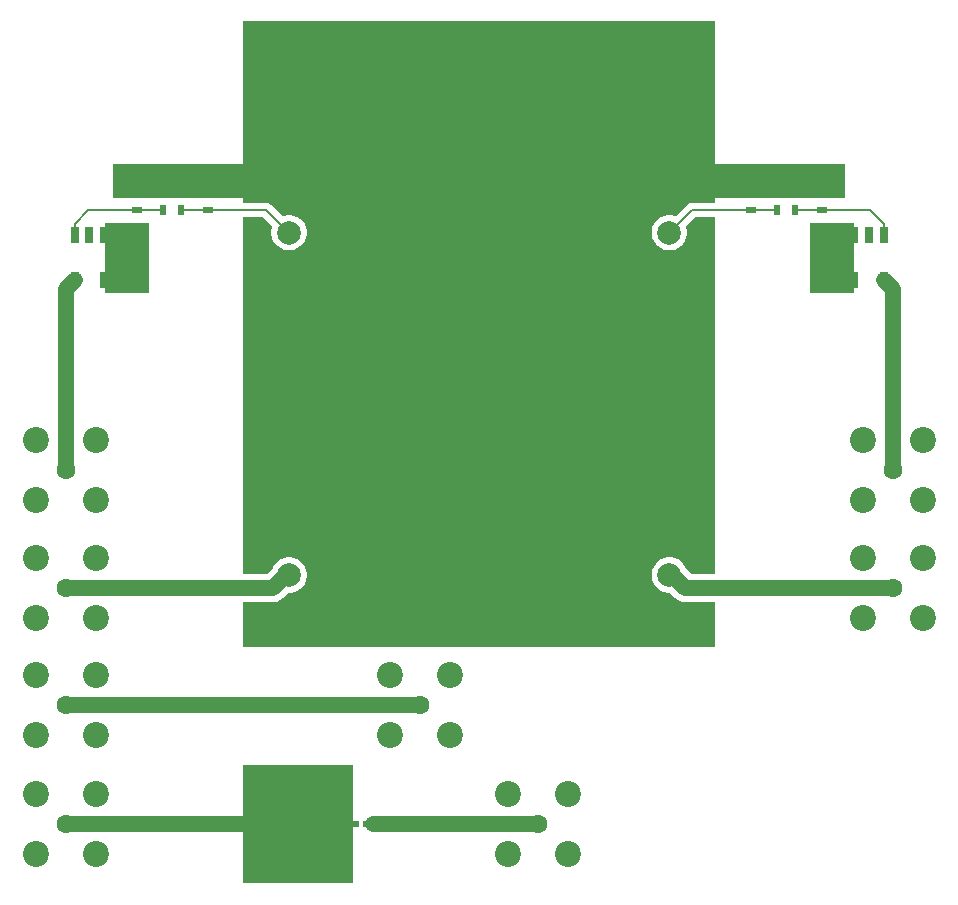
<source format=gtl>
G04*
G04 #@! TF.GenerationSoftware,Altium Limited,Altium Designer,21.9.1 (22)*
G04*
G04 Layer_Physical_Order=1*
G04 Layer_Color=255*
%FSAX44Y44*%
%MOMM*%
G71*
G04*
G04 #@! TF.SameCoordinates,DCF355C4-2513-4F3A-AF0F-06795686F610*
G04*
G04*
G04 #@! TF.FilePolarity,Positive*
G04*
G01*
G75*
%ADD13C,0.2000*%
%ADD23R,0.9500X0.6000*%
%ADD24R,0.7600X1.4000*%
%ADD25R,0.6000X0.9500*%
%ADD26R,0.5500X0.5500*%
%ADD27C,0.3000*%
%ADD28C,1.3870*%
%ADD29R,12.0000X3.0000*%
%ADD30R,3.7000X5.9000*%
%ADD31R,9.4000X10.0000*%
%ADD32C,2.0000*%
%ADD33C,2.2000*%
%ADD34C,1.6000*%
%ADD35C,0.7000*%
G36*
X00620000Y00596367D02*
X00600250D01*
X00597909Y00595902D01*
X00595924Y00594576D01*
X00586363Y00585014D01*
X00585375Y00585424D01*
X00582477Y00586000D01*
X00579523D01*
X00576625Y00585424D01*
X00573895Y00584293D01*
X00571438Y00582651D01*
X00569349Y00580562D01*
X00567707Y00578105D01*
X00566576Y00575375D01*
X00566000Y00572477D01*
Y00569523D01*
X00566576Y00566625D01*
X00567707Y00563895D01*
X00569349Y00561438D01*
X00571438Y00559349D01*
X00573895Y00557707D01*
X00576625Y00556576D01*
X00579523Y00556000D01*
X00582477D01*
X00585375Y00556576D01*
X00588105Y00557707D01*
X00590562Y00559349D01*
X00592651Y00561438D01*
X00594293Y00563895D01*
X00595424Y00566625D01*
X00596000Y00569523D01*
Y00572477D01*
X00595424Y00575375D01*
X00595014Y00576363D01*
X00602784Y00584132D01*
X00620000D01*
Y00282038D01*
X00599611D01*
X00594822Y00286827D01*
X00594293Y00288105D01*
X00592651Y00290562D01*
X00590562Y00292651D01*
X00588105Y00294293D01*
X00585375Y00295424D01*
X00582477Y00296000D01*
X00579523D01*
X00576625Y00295424D01*
X00573895Y00294293D01*
X00571438Y00292651D01*
X00569349Y00290562D01*
X00567707Y00288105D01*
X00566576Y00285375D01*
X00566000Y00282477D01*
Y00279523D01*
X00566576Y00276625D01*
X00567707Y00273895D01*
X00569349Y00271438D01*
X00571438Y00269349D01*
X00573895Y00267707D01*
X00576625Y00266576D01*
X00579523Y00266000D01*
X00581601D01*
X00586113Y00261488D01*
X00588606Y00259575D01*
X00591509Y00258372D01*
X00594625Y00257962D01*
X00620000D01*
Y00220000D01*
X00220000D01*
Y00257962D01*
X00245375D01*
X00248491Y00258372D01*
X00251394Y00259575D01*
X00253887Y00261488D01*
X00258399Y00266000D01*
X00260477D01*
X00263375Y00266576D01*
X00266105Y00267707D01*
X00268562Y00269349D01*
X00270651Y00271438D01*
X00272293Y00273895D01*
X00273424Y00276625D01*
X00274000Y00279523D01*
Y00282477D01*
X00273424Y00285375D01*
X00272293Y00288105D01*
X00270651Y00290562D01*
X00268562Y00292651D01*
X00266105Y00294293D01*
X00263375Y00295424D01*
X00260477Y00296000D01*
X00257523D01*
X00254625Y00295424D01*
X00251895Y00294293D01*
X00249438Y00292651D01*
X00247349Y00290562D01*
X00245707Y00288105D01*
X00245178Y00286827D01*
X00240389Y00282038D01*
X00220000D01*
Y00584132D01*
X00237216D01*
X00244986Y00576363D01*
X00244576Y00575375D01*
X00244000Y00572477D01*
Y00569523D01*
X00244576Y00566625D01*
X00245707Y00563895D01*
X00247349Y00561438D01*
X00249438Y00559349D01*
X00251895Y00557707D01*
X00254625Y00556576D01*
X00257523Y00556000D01*
X00260477D01*
X00263375Y00556576D01*
X00266105Y00557707D01*
X00268562Y00559349D01*
X00270651Y00561438D01*
X00272293Y00563895D01*
X00273424Y00566625D01*
X00274000Y00569523D01*
Y00572477D01*
X00273424Y00575375D01*
X00272293Y00578105D01*
X00270651Y00580562D01*
X00268562Y00582651D01*
X00266105Y00584293D01*
X00263375Y00585424D01*
X00260477Y00586000D01*
X00257523D01*
X00254625Y00585424D01*
X00253637Y00585014D01*
X00244076Y00594576D01*
X00242091Y00595902D01*
X00239750Y00596368D01*
X00220000D01*
Y00750000D01*
X00620000D01*
Y00596367D01*
D02*
G37*
D13*
X00077500Y00578500D02*
X00089000Y00590000D01*
X00077500Y00568700D02*
Y00578500D01*
X00130000Y00590000D02*
X00152250D01*
X00089000D02*
X00130000D01*
X00189750D02*
X00190000Y00590250D01*
X00167750Y00590000D02*
X00189750D01*
X00190000Y00590250D02*
X00239750D01*
X00259000Y00571000D01*
X00581000Y00571000D02*
X00600250Y00590250D01*
X00650000D01*
X00650250Y00590000D02*
X00672250D01*
X00650000Y00590250D02*
X00650250Y00590000D01*
X00710000D02*
X00751000D01*
X00687750D02*
X00710000D01*
X00762500Y00568700D02*
Y00578500D01*
X00751000Y00590000D02*
X00762500Y00578500D01*
D23*
X00130000Y00590250D02*
D03*
Y00605750D02*
D03*
X00650000Y00590250D02*
D03*
Y00605750D02*
D03*
X00190000Y00590250D02*
D03*
Y00605750D02*
D03*
X00710000Y00590250D02*
D03*
Y00605750D02*
D03*
D24*
X00762500Y00568700D02*
D03*
X00750000D02*
D03*
X00737500D02*
D03*
Y00531300D02*
D03*
X00762500D02*
D03*
X00102500Y00568700D02*
D03*
X00090000D02*
D03*
X00077500D02*
D03*
Y00531300D02*
D03*
X00102500D02*
D03*
D25*
X00672250Y00590000D02*
D03*
X00687750D02*
D03*
X00152250D02*
D03*
X00167750D02*
D03*
D26*
X00324500Y00070000D02*
D03*
X00315500D02*
D03*
D27*
X00300000D02*
X00315500D01*
X00104800Y00530000D02*
X00120000D01*
X00102500Y00531300D02*
X00104800Y00530000D01*
Y00570000D02*
X00120000D01*
X00102500Y00568700D02*
X00104800Y00570000D01*
X00735200Y00530000D02*
X00737500Y00531300D01*
X00720000Y00530000D02*
X00735200D01*
X00720000Y00570000D02*
X00735200D01*
X00737500Y00568700D01*
D28*
X00762500Y00530800D02*
Y00531300D01*
X00770000Y00370000D02*
Y00523300D01*
X00762500Y00530800D02*
X00770000Y00523300D01*
X00070000D02*
X00077500Y00530800D01*
X00070000Y00370000D02*
Y00523300D01*
X00077500Y00530800D02*
Y00531300D01*
X00583625Y00281000D02*
X00594625Y00270000D01*
X00770000D01*
X00581000Y00281000D02*
X00583625D01*
X00070000Y00270000D02*
X00245375D01*
X00256375Y00281000D01*
X00259000D01*
X00070000Y00070000D02*
X00246000D01*
X00247000Y00071000D01*
X00330000Y00070000D02*
X00470000D01*
X00070000Y00170800D02*
X00370000D01*
D29*
X00670000Y00615000D02*
D03*
X00170000Y00615000D02*
D03*
D30*
X00718500Y00549500D02*
D03*
X00121500D02*
D03*
D31*
X00267000Y00070000D02*
D03*
D32*
X00581000Y00571000D02*
D03*
Y00613000D02*
D03*
X00539000Y00571000D02*
D03*
X00301000D02*
D03*
X00259000Y00613000D02*
D03*
Y00571000D02*
D03*
X00581000Y00281000D02*
D03*
Y00323000D02*
D03*
X00539000Y00281000D02*
D03*
X00301000D02*
D03*
X00259000Y00323000D02*
D03*
Y00281000D02*
D03*
D33*
X00744600Y00395400D02*
D03*
X00795400D02*
D03*
Y00344600D02*
D03*
X00744600D02*
D03*
X00044600Y00395400D02*
D03*
X00095400D02*
D03*
Y00344600D02*
D03*
X00044600D02*
D03*
X00744600Y00295400D02*
D03*
X00795400D02*
D03*
Y00244600D02*
D03*
X00744600D02*
D03*
X00044600Y00095400D02*
D03*
X00095400D02*
D03*
Y00044600D02*
D03*
X00044600D02*
D03*
X00344600Y00196200D02*
D03*
X00395400D02*
D03*
Y00145400D02*
D03*
X00344600D02*
D03*
X00495400Y00044600D02*
D03*
X00444600D02*
D03*
Y00095400D02*
D03*
X00495400D02*
D03*
X00044600Y00295400D02*
D03*
X00095400D02*
D03*
Y00244600D02*
D03*
X00044600D02*
D03*
X00044600Y00196200D02*
D03*
X00095400D02*
D03*
Y00145400D02*
D03*
X00044600D02*
D03*
D34*
X00770000Y00370000D02*
D03*
X00070000D02*
D03*
X00770000Y00270000D02*
D03*
X00070000Y00070000D02*
D03*
X00370000Y00170800D02*
D03*
X00470000Y00070000D02*
D03*
X00070000Y00270000D02*
D03*
X00070000Y00170800D02*
D03*
D35*
X00720000Y00620000D02*
D03*
X00700000D02*
D03*
X00680000D02*
D03*
X00660000D02*
D03*
X00640000D02*
D03*
X00200000D02*
D03*
X00180000D02*
D03*
X00160000D02*
D03*
X00140000D02*
D03*
X00120000D02*
D03*
X00570000Y00590000D02*
D03*
X00450000Y00570000D02*
D03*
X00470000D02*
D03*
X00490000D02*
D03*
X00510000D02*
D03*
X00370000D02*
D03*
X00390000D02*
D03*
X00410000D02*
D03*
X00430000D02*
D03*
X00330000D02*
D03*
X00350000D02*
D03*
X00270000Y00590000D02*
D03*
X00230000Y00610000D02*
D03*
Y00570000D02*
D03*
X00610000D02*
D03*
Y00610000D02*
D03*
X00530000Y00590000D02*
D03*
X00550000D02*
D03*
X00530000Y00610000D02*
D03*
X00550000D02*
D03*
X00350000D02*
D03*
X00330000D02*
D03*
X00310000D02*
D03*
X00290000D02*
D03*
X00350000Y00590000D02*
D03*
X00330000D02*
D03*
X00310000D02*
D03*
X00290000D02*
D03*
X00430000Y00610000D02*
D03*
X00410000D02*
D03*
X00390000D02*
D03*
X00370000D02*
D03*
X00430000Y00590000D02*
D03*
X00410000D02*
D03*
X00390000D02*
D03*
X00370000D02*
D03*
X00510000Y00610000D02*
D03*
X00490000D02*
D03*
X00470000D02*
D03*
X00450000D02*
D03*
X00510000Y00590000D02*
D03*
X00490000D02*
D03*
X00470000D02*
D03*
X00450000D02*
D03*
X00610000Y00300000D02*
D03*
Y00320000D02*
D03*
X00230000Y00300000D02*
D03*
Y00320000D02*
D03*
X00290000Y00260000D02*
D03*
X00310000D02*
D03*
X00530000D02*
D03*
X00550000D02*
D03*
X00510000Y00280000D02*
D03*
Y00260000D02*
D03*
X00490000Y00280000D02*
D03*
Y00260000D02*
D03*
X00550000Y00320000D02*
D03*
Y00300000D02*
D03*
X00530000Y00320000D02*
D03*
Y00300000D02*
D03*
X00410000Y00260000D02*
D03*
X00430000D02*
D03*
X00450000D02*
D03*
X00470000D02*
D03*
X00410000Y00280000D02*
D03*
X00430000D02*
D03*
X00450000D02*
D03*
X00470000D02*
D03*
X00330000Y00260000D02*
D03*
X00350000D02*
D03*
X00370000D02*
D03*
X00390000D02*
D03*
X00330000Y00280000D02*
D03*
X00350000D02*
D03*
X00370000D02*
D03*
X00390000D02*
D03*
X00450000Y00300000D02*
D03*
X00470000D02*
D03*
X00490000D02*
D03*
X00510000D02*
D03*
X00450000Y00320000D02*
D03*
X00470000D02*
D03*
X00490000D02*
D03*
X00510000D02*
D03*
X00370000Y00300000D02*
D03*
X00390000D02*
D03*
X00410000D02*
D03*
X00430000D02*
D03*
X00370000Y00320000D02*
D03*
X00390000D02*
D03*
X00410000D02*
D03*
X00430000D02*
D03*
X00290000Y00300000D02*
D03*
X00310000D02*
D03*
X00330000D02*
D03*
X00350000D02*
D03*
X00290000Y00320000D02*
D03*
X00310000D02*
D03*
X00330000D02*
D03*
X00350000D02*
D03*
X00230000Y00730000D02*
D03*
X00250000D02*
D03*
X00270000D02*
D03*
X00290000D02*
D03*
X00310000D02*
D03*
X00410000D02*
D03*
X00390000D02*
D03*
X00370000D02*
D03*
X00350000D02*
D03*
X00330000D02*
D03*
X00530000D02*
D03*
X00550000D02*
D03*
X00570000D02*
D03*
X00590000D02*
D03*
X00610000D02*
D03*
X00510000D02*
D03*
X00490000D02*
D03*
X00470000D02*
D03*
X00450000D02*
D03*
X00430000D02*
D03*
X00230000Y00710000D02*
D03*
X00250000D02*
D03*
X00270000D02*
D03*
X00290000D02*
D03*
X00310000D02*
D03*
X00410000D02*
D03*
X00390000D02*
D03*
X00370000D02*
D03*
X00350000D02*
D03*
X00330000D02*
D03*
X00530000D02*
D03*
X00550000D02*
D03*
X00570000D02*
D03*
X00590000D02*
D03*
X00610000D02*
D03*
X00510000D02*
D03*
X00490000D02*
D03*
X00470000D02*
D03*
X00450000D02*
D03*
X00430000D02*
D03*
X00230000Y00690000D02*
D03*
X00250000D02*
D03*
X00270000D02*
D03*
X00290000D02*
D03*
X00310000D02*
D03*
X00410000D02*
D03*
X00390000D02*
D03*
X00370000D02*
D03*
X00350000D02*
D03*
X00330000D02*
D03*
X00530000D02*
D03*
X00550000D02*
D03*
X00570000D02*
D03*
X00590000D02*
D03*
X00610000D02*
D03*
X00510000D02*
D03*
X00490000D02*
D03*
X00470000D02*
D03*
X00450000D02*
D03*
X00430000D02*
D03*
X00230000Y00670000D02*
D03*
X00250000D02*
D03*
X00270000D02*
D03*
X00290000D02*
D03*
X00310000D02*
D03*
X00410000D02*
D03*
X00390000D02*
D03*
X00370000D02*
D03*
X00350000D02*
D03*
X00330000D02*
D03*
X00530000D02*
D03*
X00550000D02*
D03*
X00570000D02*
D03*
X00590000D02*
D03*
X00610000D02*
D03*
X00510000D02*
D03*
X00490000D02*
D03*
X00470000D02*
D03*
X00450000D02*
D03*
X00430000D02*
D03*
X00230000Y00650000D02*
D03*
X00250000D02*
D03*
X00270000D02*
D03*
X00290000D02*
D03*
X00310000D02*
D03*
X00410000D02*
D03*
X00390000D02*
D03*
X00370000D02*
D03*
X00350000D02*
D03*
X00330000D02*
D03*
X00530000D02*
D03*
X00550000D02*
D03*
X00570000D02*
D03*
X00590000D02*
D03*
X00610000D02*
D03*
X00510000D02*
D03*
X00490000D02*
D03*
X00470000D02*
D03*
X00450000D02*
D03*
X00430000D02*
D03*
X00230000Y00630000D02*
D03*
X00250000D02*
D03*
X00270000D02*
D03*
X00290000D02*
D03*
X00310000D02*
D03*
X00410000D02*
D03*
X00390000D02*
D03*
X00370000D02*
D03*
X00350000D02*
D03*
X00330000D02*
D03*
X00530000D02*
D03*
X00550000D02*
D03*
X00570000D02*
D03*
X00590000D02*
D03*
X00610000D02*
D03*
X00510000D02*
D03*
X00490000D02*
D03*
X00470000D02*
D03*
X00450000D02*
D03*
X00430000D02*
D03*
X00230000Y00550000D02*
D03*
X00250000D02*
D03*
X00270000D02*
D03*
X00290000D02*
D03*
X00310000D02*
D03*
X00410000D02*
D03*
X00390000D02*
D03*
X00370000D02*
D03*
X00350000D02*
D03*
X00330000D02*
D03*
X00530000D02*
D03*
X00550000D02*
D03*
X00570000D02*
D03*
X00590000D02*
D03*
X00610000D02*
D03*
X00510000D02*
D03*
X00490000D02*
D03*
X00470000D02*
D03*
X00450000D02*
D03*
X00430000D02*
D03*
X00230000Y00530000D02*
D03*
X00250000D02*
D03*
X00270000D02*
D03*
X00290000D02*
D03*
X00310000D02*
D03*
X00410000D02*
D03*
X00390000D02*
D03*
X00370000D02*
D03*
X00350000D02*
D03*
X00330000D02*
D03*
X00530000D02*
D03*
X00550000D02*
D03*
X00570000D02*
D03*
X00590000D02*
D03*
X00610000D02*
D03*
X00510000D02*
D03*
X00490000D02*
D03*
X00470000D02*
D03*
X00450000D02*
D03*
X00430000D02*
D03*
X00230000Y00500000D02*
D03*
X00250000D02*
D03*
X00270000D02*
D03*
X00290000D02*
D03*
X00310000D02*
D03*
X00410000D02*
D03*
X00390000D02*
D03*
X00370000D02*
D03*
X00350000D02*
D03*
X00330000D02*
D03*
X00530000D02*
D03*
X00550000D02*
D03*
X00570000D02*
D03*
X00590000D02*
D03*
X00610000D02*
D03*
X00510000D02*
D03*
X00490000D02*
D03*
X00470000D02*
D03*
X00450000D02*
D03*
X00430000D02*
D03*
X00230000Y00480000D02*
D03*
X00250000D02*
D03*
X00270000D02*
D03*
X00290000D02*
D03*
X00310000D02*
D03*
X00410000D02*
D03*
X00390000D02*
D03*
X00370000D02*
D03*
X00350000D02*
D03*
X00330000D02*
D03*
X00530000D02*
D03*
X00550000D02*
D03*
X00570000D02*
D03*
X00590000D02*
D03*
X00610000D02*
D03*
X00510000D02*
D03*
X00490000D02*
D03*
X00470000D02*
D03*
X00450000D02*
D03*
X00430000D02*
D03*
X00230000Y00460000D02*
D03*
X00250000D02*
D03*
X00270000D02*
D03*
X00290000D02*
D03*
X00310000D02*
D03*
X00410000D02*
D03*
X00390000D02*
D03*
X00370000D02*
D03*
X00350000D02*
D03*
X00330000D02*
D03*
X00530000D02*
D03*
X00550000D02*
D03*
X00570000D02*
D03*
X00590000D02*
D03*
X00610000D02*
D03*
X00510000D02*
D03*
X00490000D02*
D03*
X00470000D02*
D03*
X00450000D02*
D03*
X00430000D02*
D03*
X00230000Y00440000D02*
D03*
X00250000D02*
D03*
X00270000D02*
D03*
X00290000D02*
D03*
X00310000D02*
D03*
X00410000D02*
D03*
X00390000D02*
D03*
X00370000D02*
D03*
X00350000D02*
D03*
X00330000D02*
D03*
X00530000D02*
D03*
X00550000D02*
D03*
X00570000D02*
D03*
X00590000D02*
D03*
X00610000D02*
D03*
X00510000D02*
D03*
X00490000D02*
D03*
X00470000D02*
D03*
X00450000D02*
D03*
X00430000D02*
D03*
X00230000Y00420000D02*
D03*
X00250000D02*
D03*
X00270000D02*
D03*
X00290000D02*
D03*
X00310000D02*
D03*
X00410000D02*
D03*
X00390000D02*
D03*
X00370000D02*
D03*
X00350000D02*
D03*
X00330000D02*
D03*
X00530000D02*
D03*
X00550000D02*
D03*
X00570000D02*
D03*
X00590000D02*
D03*
X00610000D02*
D03*
X00510000D02*
D03*
X00490000D02*
D03*
X00470000D02*
D03*
X00450000D02*
D03*
X00430000D02*
D03*
X00230000Y00400000D02*
D03*
X00250000D02*
D03*
X00270000D02*
D03*
X00290000D02*
D03*
X00310000D02*
D03*
X00410000D02*
D03*
X00390000D02*
D03*
X00370000D02*
D03*
X00350000D02*
D03*
X00330000D02*
D03*
X00530000D02*
D03*
X00550000D02*
D03*
X00570000D02*
D03*
X00590000D02*
D03*
X00610000D02*
D03*
X00510000D02*
D03*
X00490000D02*
D03*
X00470000D02*
D03*
X00450000D02*
D03*
X00430000D02*
D03*
X00230000Y00380000D02*
D03*
X00250000D02*
D03*
X00270000D02*
D03*
X00290000D02*
D03*
X00310000D02*
D03*
X00410000D02*
D03*
X00390000D02*
D03*
X00370000D02*
D03*
X00350000D02*
D03*
X00330000D02*
D03*
X00530000D02*
D03*
X00550000D02*
D03*
X00570000D02*
D03*
X00590000D02*
D03*
X00610000D02*
D03*
X00510000D02*
D03*
X00490000D02*
D03*
X00470000D02*
D03*
X00450000D02*
D03*
X00430000D02*
D03*
X00230000Y00360000D02*
D03*
X00250000D02*
D03*
X00270000D02*
D03*
X00290000D02*
D03*
X00310000D02*
D03*
X00410000D02*
D03*
X00390000D02*
D03*
X00370000D02*
D03*
X00350000D02*
D03*
X00330000D02*
D03*
X00530000D02*
D03*
X00550000D02*
D03*
X00570000D02*
D03*
X00590000D02*
D03*
X00610000D02*
D03*
X00510000D02*
D03*
X00490000D02*
D03*
X00470000D02*
D03*
X00450000D02*
D03*
X00430000D02*
D03*
X00230000Y00340000D02*
D03*
X00250000D02*
D03*
X00270000D02*
D03*
X00290000D02*
D03*
X00310000D02*
D03*
X00410000D02*
D03*
X00390000D02*
D03*
X00370000D02*
D03*
X00350000D02*
D03*
X00330000D02*
D03*
X00530000D02*
D03*
X00550000D02*
D03*
X00570000D02*
D03*
X00590000D02*
D03*
X00610000D02*
D03*
X00510000D02*
D03*
X00490000D02*
D03*
X00470000D02*
D03*
X00450000D02*
D03*
X00430000D02*
D03*
Y00240000D02*
D03*
X00450000D02*
D03*
X00470000D02*
D03*
X00490000D02*
D03*
X00510000D02*
D03*
X00610000D02*
D03*
X00590000D02*
D03*
X00570000D02*
D03*
X00550000D02*
D03*
X00530000D02*
D03*
X00330000D02*
D03*
X00350000D02*
D03*
X00370000D02*
D03*
X00390000D02*
D03*
X00410000D02*
D03*
X00310000D02*
D03*
X00290000D02*
D03*
X00270000D02*
D03*
X00250000D02*
D03*
X00230000D02*
D03*
X00110000Y00550000D02*
D03*
X00120000D02*
D03*
Y00560000D02*
D03*
Y00570000D02*
D03*
Y00540000D02*
D03*
Y00530000D02*
D03*
X00130000D02*
D03*
Y00550000D02*
D03*
Y00570000D02*
D03*
Y00560000D02*
D03*
Y00540000D02*
D03*
X00710000D02*
D03*
Y00560000D02*
D03*
Y00570000D02*
D03*
Y00550000D02*
D03*
Y00530000D02*
D03*
X00720000D02*
D03*
Y00540000D02*
D03*
Y00570000D02*
D03*
Y00560000D02*
D03*
Y00550000D02*
D03*
X00730000D02*
D03*
X00310000Y00060000D02*
D03*
Y00030000D02*
D03*
Y00040000D02*
D03*
Y00050000D02*
D03*
X00300000Y00070000D02*
D03*
Y00080000D02*
D03*
Y00090000D02*
D03*
Y00100000D02*
D03*
Y00060000D02*
D03*
Y00050000D02*
D03*
Y00040000D02*
D03*
Y00030000D02*
D03*
X00290000Y00070000D02*
D03*
Y00080000D02*
D03*
Y00090000D02*
D03*
Y00100000D02*
D03*
Y00060000D02*
D03*
Y00050000D02*
D03*
Y00040000D02*
D03*
Y00030000D02*
D03*
X00280000Y00070000D02*
D03*
Y00080000D02*
D03*
Y00090000D02*
D03*
Y00100000D02*
D03*
Y00060000D02*
D03*
Y00050000D02*
D03*
Y00040000D02*
D03*
Y00030000D02*
D03*
X00270000Y00070000D02*
D03*
Y00080000D02*
D03*
Y00090000D02*
D03*
Y00100000D02*
D03*
Y00060000D02*
D03*
Y00050000D02*
D03*
Y00040000D02*
D03*
Y00030000D02*
D03*
X00260000Y00070000D02*
D03*
Y00080000D02*
D03*
Y00090000D02*
D03*
Y00100000D02*
D03*
Y00060000D02*
D03*
Y00050000D02*
D03*
Y00040000D02*
D03*
Y00030000D02*
D03*
X00250000Y00070000D02*
D03*
Y00080000D02*
D03*
Y00090000D02*
D03*
Y00100000D02*
D03*
Y00060000D02*
D03*
Y00050000D02*
D03*
Y00040000D02*
D03*
Y00030000D02*
D03*
X00240000Y00070000D02*
D03*
Y00080000D02*
D03*
Y00090000D02*
D03*
Y00100000D02*
D03*
Y00060000D02*
D03*
Y00050000D02*
D03*
Y00040000D02*
D03*
Y00030000D02*
D03*
X00230000D02*
D03*
Y00040000D02*
D03*
Y00050000D02*
D03*
Y00060000D02*
D03*
X00310000Y00100000D02*
D03*
Y00090000D02*
D03*
Y00080000D02*
D03*
Y00110000D02*
D03*
X00290000D02*
D03*
X00300000D02*
D03*
X00270000D02*
D03*
X00280000D02*
D03*
X00260000D02*
D03*
X00250000D02*
D03*
X00240000D02*
D03*
X00230000D02*
D03*
Y00100000D02*
D03*
Y00090000D02*
D03*
Y00080000D02*
D03*
Y00070000D02*
D03*
M02*

</source>
